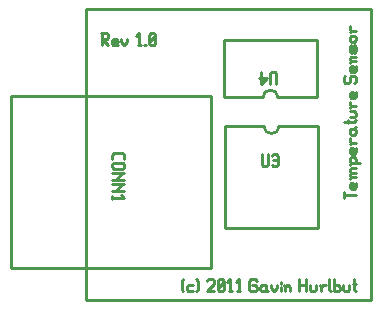
<source format=gbr>
G04 start of page 7 for group -4079 idx -4079 *
G04 Title: (unknown), topsilk *
G04 Creator: pcb 20091103 *
G04 CreationDate: Sun 13 Mar 2011 09:43:22 AM GMT UTC *
G04 For: gjhurlbu *
G04 Format: Gerber/RS-274X *
G04 PCB-Dimensions: 600000 500000 *
G04 PCB-Coordinate-Origin: lower left *
%MOIN*%
%FSLAX25Y25*%
%LNFRONTSILK*%
%ADD11C,0.0100*%
G54D11*X33000Y460000D02*X128000D01*
Y363000D01*
X33000D01*
Y460000D01*
X119000Y399000D02*Y397000D01*
Y398000D02*X123000D01*
Y402201D02*Y400701D01*
X122500Y400201D02*X123000Y400701D01*
X121500Y400201D02*X122500D01*
X121500D02*X121000Y400701D01*
Y401701D02*Y400701D01*
Y401701D02*X121500Y402201D01*
X122000D02*Y400201D01*
X121500Y402201D02*X122000D01*
X121500Y403902D02*X123000D01*
X121500D02*X121000Y404402D01*
Y404902D02*Y404402D01*
Y404902D02*X121500Y405402D01*
X123000D01*
X121500D02*X121000Y405902D01*
Y406402D02*Y405902D01*
Y406402D02*X121500Y406902D01*
X123000D01*
X121000Y403402D02*X121500Y403902D01*
Y408603D02*X124500D01*
X121000Y408103D02*X121500Y408603D01*
X121000Y409103D01*
Y410103D02*Y409103D01*
Y410103D02*X121500Y410603D01*
X122500D01*
X123000Y410103D02*X122500Y410603D01*
X123000Y410103D02*Y409103D01*
X122500Y408603D02*X123000Y409103D01*
Y413804D02*Y412304D01*
X122500Y411804D02*X123000Y412304D01*
X121500Y411804D02*X122500D01*
X121500D02*X121000Y412304D01*
Y413304D02*Y412304D01*
Y413304D02*X121500Y413804D01*
X122000D02*Y411804D01*
X121500Y413804D02*X122000D01*
X121500Y415505D02*X123000D01*
X121500D02*X121000Y416005D01*
Y417005D02*Y416005D01*
Y415005D02*X121500Y415505D01*
X121000Y419706D02*X121500Y420206D01*
X121000Y419706D02*Y418706D01*
X121500Y418206D02*X121000Y418706D01*
X121500Y418206D02*X122500D01*
X123000Y418706D01*
X121000Y420206D02*X122500D01*
X123000Y420706D01*
Y419706D02*Y418706D01*
Y419706D02*X122500Y420206D01*
X119000Y422407D02*X122500D01*
X123000Y422907D01*
X120500D02*Y421907D01*
X121000Y423908D02*X122500D01*
X123000Y424408D01*
Y425408D02*Y424408D01*
Y425408D02*X122500Y425908D01*
X121000D02*X122500D01*
X121500Y427609D02*X123000D01*
X121500D02*X121000Y428109D01*
Y429109D02*Y428109D01*
Y427109D02*X121500Y427609D01*
X123000Y432310D02*Y430810D01*
X122500Y430310D02*X123000Y430810D01*
X121500Y430310D02*X122500D01*
X121500D02*X121000Y430810D01*
Y431810D02*Y430810D01*
Y431810D02*X121500Y432310D01*
X122000D02*Y430310D01*
X121500Y432310D02*X122000D01*
X119000Y437311D02*X119500Y437811D01*
X119000Y437311D02*Y435811D01*
X119500Y435311D02*X119000Y435811D01*
X119500Y435311D02*X120500D01*
X121000Y435811D01*
Y437311D02*Y435811D01*
Y437311D02*X121500Y437811D01*
X122500D01*
X123000Y437311D02*X122500Y437811D01*
X123000Y437311D02*Y435811D01*
X122500Y435311D02*X123000Y435811D01*
Y441012D02*Y439512D01*
X122500Y439012D02*X123000Y439512D01*
X121500Y439012D02*X122500D01*
X121500D02*X121000Y439512D01*
Y440512D02*Y439512D01*
Y440512D02*X121500Y441012D01*
X122000D02*Y439012D01*
X121500Y441012D02*X122000D01*
X121500Y442713D02*X123000D01*
X121500D02*X121000Y443213D01*
Y443713D02*Y443213D01*
Y443713D02*X121500Y444213D01*
X123000D01*
X121000Y442213D02*X121500Y442713D01*
X123000Y447414D02*Y445914D01*
Y447414D02*X122500Y447914D01*
X122000Y447414D02*X122500Y447914D01*
X122000Y447414D02*Y445914D01*
X121500Y445414D02*X122000Y445914D01*
X121500Y445414D02*X121000Y445914D01*
Y447414D02*Y445914D01*
Y447414D02*X121500Y447914D01*
X122500Y445414D02*X123000Y445914D01*
X121500Y449115D02*X122500D01*
X121500D02*X121000Y449615D01*
Y450615D02*Y449615D01*
Y450615D02*X121500Y451115D01*
X122500D01*
X123000Y450615D02*X122500Y451115D01*
X123000Y450615D02*Y449615D01*
X122500Y449115D02*X123000Y449615D01*
X121500Y452816D02*X123000D01*
X121500D02*X121000Y453316D01*
Y454316D02*Y453316D01*
Y452316D02*X121500Y452816D01*
X65000Y366500D02*X65500Y366000D01*
X65000Y369500D02*X65500Y370000D01*
X65000Y369500D02*Y366500D01*
X67201Y368000D02*X68701D01*
X66701Y367500D02*X67201Y368000D01*
X66701Y367500D02*Y366500D01*
X67201Y366000D01*
X68701D01*
X69902Y370000D02*X70402Y369500D01*
Y366500D01*
X69902Y366000D02*X70402Y366500D01*
X73403Y369500D02*X73903Y370000D01*
X75403D01*
X75903Y369500D01*
Y368500D01*
X73403Y366000D02*X75903Y368500D01*
X73403Y366000D02*X75903D01*
X77104Y366500D02*X77604Y366000D01*
X77104Y369500D02*Y366500D01*
Y369500D02*X77604Y370000D01*
X78604D01*
X79104Y369500D01*
Y366500D01*
X78604Y366000D02*X79104Y366500D01*
X77604Y366000D02*X78604D01*
X77104Y367000D02*X79104Y369000D01*
X80805Y366000D02*X81805D01*
X81305Y370000D02*Y366000D01*
X80305Y369000D02*X81305Y370000D01*
X83506Y366000D02*X84506D01*
X84006Y370000D02*Y366000D01*
X83006Y369000D02*X84006Y370000D01*
X89507D02*X90007Y369500D01*
X88007Y370000D02*X89507D01*
X87507Y369500D02*X88007Y370000D01*
X87507Y369500D02*Y366500D01*
X88007Y366000D01*
X89507D01*
X90007Y366500D01*
Y367500D02*Y366500D01*
X89507Y368000D02*X90007Y367500D01*
X88507Y368000D02*X89507D01*
X92708D02*X93208Y367500D01*
X91708Y368000D02*X92708D01*
X91208Y367500D02*X91708Y368000D01*
X91208Y367500D02*Y366500D01*
X91708Y366000D01*
X93208Y368000D02*Y366500D01*
X93708Y366000D01*
X91708D02*X92708D01*
X93208Y366500D01*
X94909Y368000D02*Y367000D01*
X95909Y366000D01*
X96909Y367000D01*
Y368000D02*Y367000D01*
X98110Y369000D02*Y368500D01*
Y367500D02*Y366000D01*
X99611Y367500D02*Y366000D01*
Y367500D02*X100111Y368000D01*
X100611D01*
X101111Y367500D01*
Y366000D01*
X99111Y368000D02*X99611Y367500D01*
X104112Y370000D02*Y366000D01*
X106612Y370000D02*Y366000D01*
X104112Y368000D02*X106612D01*
X107813D02*Y366500D01*
X108313Y366000D01*
X109313D01*
X109813Y366500D01*
Y368000D02*Y366500D01*
X111514Y367500D02*Y366000D01*
Y367500D02*X112014Y368000D01*
X113014D01*
X111014D02*X111514Y367500D01*
X114215Y370000D02*Y366500D01*
X114715Y366000D01*
X115716Y370000D02*Y366000D01*
Y366500D02*X116216Y366000D01*
X117216D01*
X117716Y366500D01*
Y367500D02*Y366500D01*
X117216Y368000D02*X117716Y367500D01*
X116216Y368000D02*X117216D01*
X115716Y367500D02*X116216Y368000D01*
X118917D02*Y366500D01*
X119417Y366000D01*
X120417D01*
X120917Y366500D01*
Y368000D02*Y366500D01*
X122618Y370000D02*Y366500D01*
X123118Y366000D01*
X122118Y368500D02*X123118D01*
X38000Y452000D02*X40000D01*
X40500Y451500D01*
Y450500D01*
X40000Y450000D02*X40500Y450500D01*
X38500Y450000D02*X40000D01*
X38500Y452000D02*Y448000D01*
Y450000D02*X40500Y448000D01*
X42201D02*X43701D01*
X41701Y448500D02*X42201Y448000D01*
X41701Y449500D02*Y448500D01*
Y449500D02*X42201Y450000D01*
X43201D01*
X43701Y449500D01*
X41701Y449000D02*X43701D01*
Y449500D02*Y449000D01*
X44902Y450000D02*Y449000D01*
X45902Y448000D01*
X46902Y449000D01*
Y450000D02*Y449000D01*
X50403Y448000D02*X51403D01*
X50903Y452000D02*Y448000D01*
X49903Y451000D02*X50903Y452000D01*
X52604Y448000D02*X53104D01*
X54305Y448500D02*X54805Y448000D01*
X54305Y451500D02*Y448500D01*
Y451500D02*X54805Y452000D01*
X55805D01*
X56305Y451500D01*
Y448500D01*
X55805Y448000D02*X56305Y448500D01*
X54805Y448000D02*X55805D01*
X54305Y449000D02*X56305Y451000D01*
X8025Y430922D02*Y373836D01*
X74954D01*
Y430922D02*Y373836D01*
X8025Y430922D02*X74954D01*
X97500Y421000D02*X110500D01*
X79500D02*X92500D01*
X110500D02*Y387000D01*
X79500D02*X110500D01*
X79500Y421000D02*Y387000D01*
X92500Y421000D02*G75*G03X97500Y421000I2500J0D01*G01*
X79142Y430557D02*X92142D01*
X97142D02*X110142D01*
X79142Y449557D02*Y430557D01*
Y449557D02*X110142D01*
Y430557D01*
X97142D02*G75*G03X92142Y430557I-2500J0D01*G01*
X41954Y411422D02*Y409922D01*
X42454Y411922D02*X41954Y411422D01*
X42454Y411922D02*X45454D01*
X45954Y411422D01*
Y409922D01*
X42454Y408721D02*X45454D01*
X45954Y408221D01*
Y407221D01*
X45454Y406721D01*
X42454D02*X45454D01*
X41954Y407221D02*X42454Y406721D01*
X41954Y408221D02*Y407221D01*
X42454Y408721D02*X41954Y408221D01*
Y405520D02*X45954D01*
X45454D02*X45954D01*
X45454D02*X42954Y403020D01*
X41954D02*X45954D01*
X41954Y401819D02*X45954D01*
X45454D02*X45954D01*
X45454D02*X42954Y399319D01*
X41954D02*X45954D01*
X41954Y397618D02*Y396618D01*
Y397118D02*X45954D01*
X44954Y398118D02*X45954Y397118D01*
X96642Y438557D02*Y435057D01*
Y438557D02*X96142Y439057D01*
X95142D02*X96142D01*
X95142D02*X94642Y438557D01*
Y435057D01*
X93441Y437057D02*X91441Y435057D01*
X90941Y437057D02*X93441D01*
X91441Y439057D02*Y435057D01*
X91817Y411566D02*Y408066D01*
X92317Y407566D01*
X93317D01*
X93817Y408066D01*
Y411566D02*Y408066D01*
X95018Y411066D02*X95518Y411566D01*
X96518D01*
X97018Y411066D01*
Y408066D01*
X96518Y407566D02*X97018Y408066D01*
X95518Y407566D02*X96518D01*
X95018Y408066D02*X95518Y407566D01*
Y409566D02*X97018D01*
M02*

</source>
